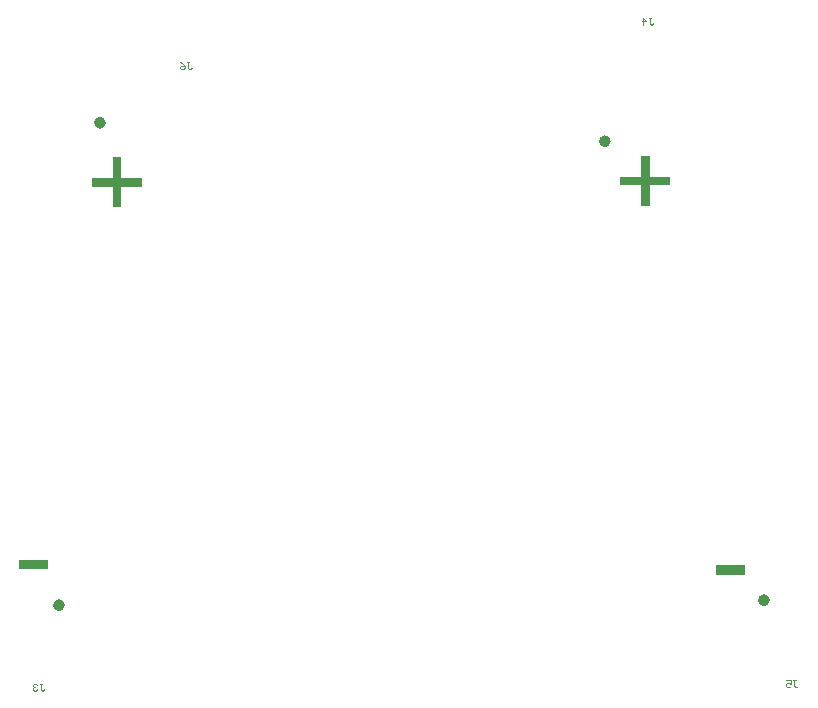
<source format=gbo>
G04 Layer_Color=32896*
%FSLAX25Y25*%
%MOIN*%
G70*
G01*
G75*
%ADD58C,0.01968*%
%ADD85C,0.00315*%
G36*
X120886Y-45918D02*
X111300D01*
Y-42820D01*
X120886D01*
Y-45918D01*
D02*
G37*
G36*
X-111314Y-44118D02*
X-120900D01*
Y-41020D01*
X-111314D01*
Y-44118D01*
D02*
G37*
G36*
X-86931Y86287D02*
X-80079D01*
Y83408D01*
X-86931D01*
Y76482D01*
X-89847D01*
Y83408D01*
X-96700D01*
Y86287D01*
X-89847D01*
Y93140D01*
X-86931D01*
Y86287D01*
D02*
G37*
G36*
X89169Y86787D02*
X96021D01*
Y83908D01*
X89169D01*
Y76982D01*
X86253D01*
Y83908D01*
X79400D01*
Y86787D01*
X86253D01*
Y93640D01*
X89169D01*
Y86787D01*
D02*
G37*
D58*
X75201Y98528D02*
G03*
X75201Y98528I-984J0D01*
G01*
X-93110Y104696D02*
G03*
X-93110Y104696I-984J0D01*
G01*
X-106773Y-56121D02*
G03*
X-106773Y-56121I-984J0D01*
G01*
X128210Y-54441D02*
G03*
X128210Y-54441I-984J0D01*
G01*
D85*
X-65074Y124861D02*
X-64287D01*
X-64681D01*
Y122894D01*
X-64287Y122500D01*
X-63894D01*
X-63500Y122894D01*
X-67436Y124861D02*
X-66649Y124468D01*
X-65861Y123681D01*
Y122894D01*
X-66255Y122500D01*
X-67042D01*
X-67436Y122894D01*
Y123287D01*
X-67042Y123681D01*
X-65861D01*
X137026Y-81139D02*
X137813D01*
X137419D01*
Y-83106D01*
X137813Y-83500D01*
X138206D01*
X138600Y-83106D01*
X134664Y-81139D02*
X136239D01*
Y-82319D01*
X135451Y-81926D01*
X135058D01*
X134664Y-82319D01*
Y-83106D01*
X135058Y-83500D01*
X135845D01*
X136239Y-83106D01*
X88826Y139761D02*
X89613D01*
X89219D01*
Y137794D01*
X89613Y137400D01*
X90006D01*
X90400Y137794D01*
X86858Y137400D02*
Y139761D01*
X88039Y138581D01*
X86464D01*
X-114174Y-82239D02*
X-113387D01*
X-113781D01*
Y-84206D01*
X-113387Y-84600D01*
X-112994D01*
X-112600Y-84206D01*
X-114961Y-82632D02*
X-115355Y-82239D01*
X-116142D01*
X-116536Y-82632D01*
Y-83026D01*
X-116142Y-83419D01*
X-115749D01*
X-116142D01*
X-116536Y-83813D01*
Y-84206D01*
X-116142Y-84600D01*
X-115355D01*
X-114961Y-84206D01*
M02*

</source>
